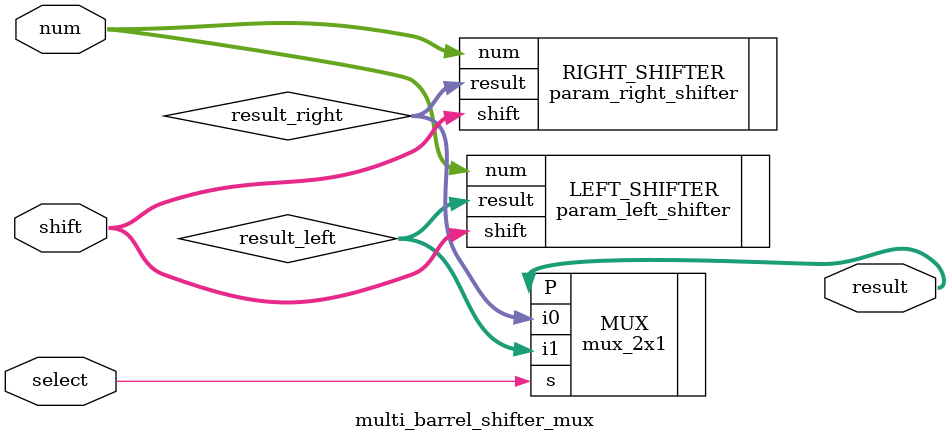
<source format=sv>
`timescale 1ns / 1ps

module multi_barrel_shifter_mux #(parameter N = 3)(
    input logic [2**N-1:0] num,
    input logic [N-1:0] shift,
    input logic select,
    output logic [2**N-1:0] result
    );
    
logic [2**N-1:0] result_right, result_left;    
    
mux_2x1 #(.N(N)) MUX
    (
    .i0(result_right),  // select == 0
    .i1(result_left),   // select == 1
    .s(select),
    .P(result)
);        
    
    
param_right_shifter #(.N(N)) RIGHT_SHIFTER
    (
    .num(num),
    .shift(shift),
    .result(result_right)    
    );

param_left_shifter #(.N(N)) LEFT_SHIFTER
    (
    .num(num),
    .shift(shift),
    .result(result_left)
    );
    
    
endmodule

</source>
